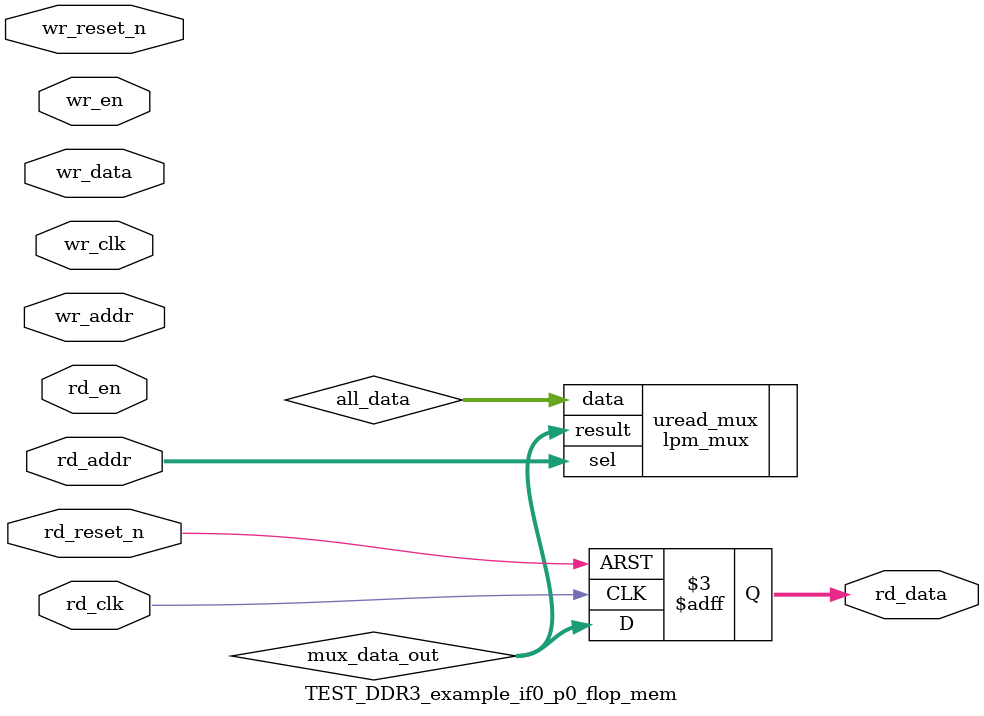
<source format=v>



`timescale 1 ps / 1 ps

(* altera_attribute = "-name ALLOW_SYNCH_CTRL_USAGE ON;-name AUTO_CLOCK_ENABLE_RECOGNITION ON" *)
module TEST_DDR3_example_if0_p0_flop_mem(
	wr_reset_n,
	wr_clk,
	wr_en,
	wr_addr,
	wr_data,
	rd_reset_n,
	rd_clk,
	rd_en,
	rd_addr,
	rd_data
);

parameter WRITE_MEM_DEPTH	= "";
parameter WRITE_ADDR_WIDTH	= "";
parameter WRITE_DATA_WIDTH	= "";
parameter READ_MEM_DEPTH	= "";
parameter READ_ADDR_WIDTH	= "";		 
parameter READ_DATA_WIDTH	= "";


input	wr_reset_n;
input	wr_clk;
input	wr_en;
input	[WRITE_ADDR_WIDTH-1:0] wr_addr;
input	[WRITE_DATA_WIDTH-1:0] wr_data;
input	rd_reset_n;
input	rd_clk;
input	rd_en;
input	[READ_ADDR_WIDTH-1:0] rd_addr;
output	[READ_DATA_WIDTH-1:0] rd_data;



wire	[WRITE_DATA_WIDTH*WRITE_MEM_DEPTH-1:0] all_data;
wire	[READ_DATA_WIDTH-1:0] mux_data_out;



// declare a memory with WRITE_MEM_DEPTH entries
// each entry contains a data size of WRITE_DATA_WIDTH
reg	[WRITE_DATA_WIDTH-1:0] data_stored [0:WRITE_MEM_DEPTH-1] /* synthesis syn_preserve = 1 */;
reg	[READ_DATA_WIDTH-1:0] rd_data;

generate
genvar entry;
	for (entry=0; entry < WRITE_MEM_DEPTH; entry=entry+1)
	begin: mem_location
		assign all_data[(WRITE_DATA_WIDTH*(entry+1)-1) : (WRITE_DATA_WIDTH*entry)] = data_stored[entry]; 
		
		always @(posedge wr_clk or negedge wr_reset_n)
		begin
			if (~wr_reset_n) begin
				data_stored[entry] <= {WRITE_DATA_WIDTH{1'b0}};
			end else begin
				if (wr_en) begin
					if (entry == wr_addr) begin
						data_stored[entry] <= wr_data;
					end
				end
			end
		end		
	end
endgenerate

// mux to select the correct output data based on read address
lpm_mux	uread_mux(
	.sel (rd_addr),
	.data (all_data),
	.result (mux_data_out)
	// synopsys translate_off
	,
	.aclr (),
	.clken (),
	.clock ()
	// synopsys translate_on
	);
 defparam uread_mux.lpm_size = READ_MEM_DEPTH;
 defparam uread_mux.lpm_type = "LPM_MUX";
 defparam uread_mux.lpm_width = READ_DATA_WIDTH;
 defparam uread_mux.lpm_widths = READ_ADDR_WIDTH;

always @(posedge rd_clk or negedge rd_reset_n)	
begin
	if (~rd_reset_n) begin
		rd_data <= {READ_DATA_WIDTH{1'b0}};
	end else begin
		rd_data <= mux_data_out;
	end
end

endmodule

</source>
